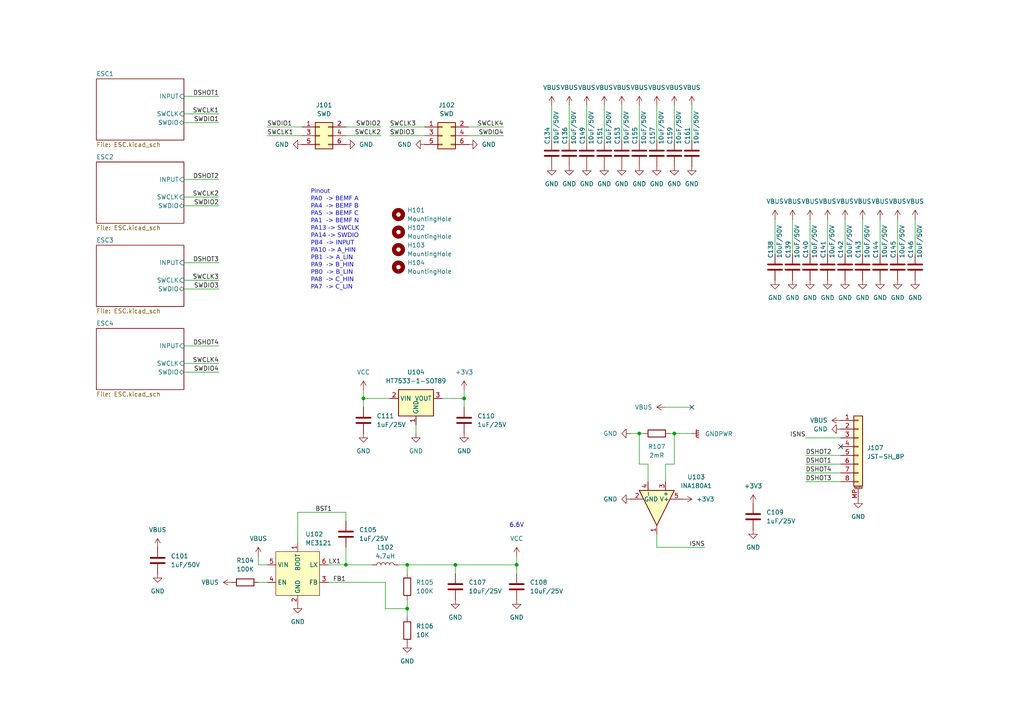
<source format=kicad_sch>
(kicad_sch (version 20250114) (generator "eeschema") (generator_version "9.0")
  (paper "A4")
  (lib_symbols
    (symbol "Amplifier_Current:INA180A1" (pin_names (offset 0.127))
      (property "Reference" "U" (at 3.81 3.81 0))
      (property "Value" "INA180A1" (at 3.81 -2.54 0))
      (symbol "INA180A1_0_1"
        (polyline (pts (xy 5.08 0) (xy -5.08 5.08) (xy -5.08 -5.08) (xy 5.08 0)) (stroke (width 0.254)) (fill (type background)))
      )
      (symbol "INA180A1_1_1"
        (pin input line (at -7.62 2.54 0) (length 2.54) (name "+") (number "3"))
        (pin input line (at -7.62 -2.54 0) (length 2.54) (name "-") (number "4"))
        (pin power_in line (at -2.54 7.62 270) (length 3.81) (name "V+") (number "5"))
        (pin power_in line (at -2.54 -7.62 90) (length 3.81) (name "GND") (number "2"))
        (pin output line (at 7.62 0 180) (length 2.54) (name "~") (number "1"))
      )
    )
    (symbol "Connector_Generic:Conn_02x03_Odd_Even" (pin_names (offset 1.016) (hide yes))
      (property "Reference" "J" (at 1.27 5.08 0))
      (property "Value" "Conn_02x03_Odd_Even" (at 1.27 -5.08 0))
      (symbol "Conn_02x03_Odd_Even_1_1"
        (rectangle (start -1.27 3.81) (end 3.81 -3.81) (stroke (width 0.254)) (fill (type background)))
        (rectangle (start -1.27 2.667) (end 0 2.413) (stroke (width 0.1524)))
        (rectangle (start -1.27 0.127) (end 0 -0.127) (stroke (width 0.1524)))
        (rectangle (start -1.27 -2.413) (end 0 -2.667) (stroke (width 0.1524)))
        (rectangle (start 3.81 2.667) (end 2.54 2.413) (stroke (width 0.1524)))
        (rectangle (start 3.81 0.127) (end 2.54 -0.127) (stroke (width 0.1524)))
        (rectangle (start 3.81 -2.413) (end 2.54 -2.667) (stroke (width 0.1524)))
        (pin passive line (at -5.08 2.54 0) (length 3.81) (name "Pin_1") (number "1"))
        (pin passive line (at -5.08 0 0) (length 3.81) (name "Pin_3") (number "3"))
        (pin passive line (at -5.08 -2.54 0) (length 3.81) (name "Pin_5") (number "5"))
        (pin passive line (at 7.62 2.54 180) (length 3.81) (name "Pin_2") (number "2"))
        (pin passive line (at 7.62 0 180) (length 3.81) (name "Pin_4") (number "4"))
        (pin passive line (at 7.62 -2.54 180) (length 3.81) (name "Pin_6") (number "6"))
      )
    )
    (symbol "Connector_Generic_MountingPin:Conn_01x08_MountingPin" (pin_names (offset 1.016) (hide yes))
      (property "Reference" "J" (at 0 10.16 0))
      (property "Value" "Conn_01x08_MountingPin" (at 1.27 -12.7 0))
      (symbol "Conn_01x08_MountingPin_1_1"
        (rectangle (start -1.27 8.89) (end 1.27 -11.43) (stroke (width 0.254)) (fill (type background)))
        (rectangle (start -1.27 7.747) (end 0 7.493) (stroke (width 0.1524)))
        (rectangle (start -1.27 5.207) (end 0 4.953) (stroke (width 0.1524)))
        (rectangle (start -1.27 2.667) (end 0 2.413) (stroke (width 0.1524)))
        (rectangle (start -1.27 0.127) (end 0 -0.127) (stroke (width 0.1524)))
        (rectangle (start -1.27 -2.413) (end 0 -2.667) (stroke (width 0.1524)))
        (rectangle (start -1.27 -4.953) (end 0 -5.207) (stroke (width 0.1524)))
        (rectangle (start -1.27 -7.493) (end 0 -7.747) (stroke (width 0.1524)))
        (rectangle (start -1.27 -10.033) (end 0 -10.287) (stroke (width 0.1524)))
        (polyline (pts (xy -1.016 -12.192) (xy 1.016 -12.192)) (stroke (width 0.1524)))
        (text "Mounting" (at 0 -11.811 0) (effects (font (size 0.381 0.381))))
        (pin passive line (at -5.08 7.62 0) (length 3.81) (name "Pin_1") (number "1"))
        (pin passive line (at -5.08 5.08 0) (length 3.81) (name "Pin_2") (number "2"))
        (pin passive line (at -5.08 2.54 0) (length 3.81) (name "Pin_3") (number "3"))
        (pin passive line (at -5.08 0 0) (length 3.81) (name "Pin_4") (number "4"))
        (pin passive line (at -5.08 -2.54 0) (length 3.81) (name "Pin_5") (number "5"))
        (pin passive line (at -5.08 -5.08 0) (length 3.81) (name "Pin_6") (number "6"))
        (pin passive line (at -5.08 -7.62 0) (length 3.81) (name "Pin_7") (number "7"))
        (pin passive line (at -5.08 -10.16 0) (length 3.81) (name "Pin_8") (number "8"))
        (pin passive line (at 0 -15.24 90) (length 3.048) (name "MountPin") (number "MP"))
      )
    )
    (symbol "Device:C" (pin_numbers (hide yes)) (pin_names (offset 0.254))
      (property "Reference" "C" (at 0.635 2.54 0))
      (property "Value" "C" (at 0.635 -2.54 0))
      (symbol "C_0_1"
        (polyline (pts (xy -2.032 0.762) (xy 2.032 0.762)) (stroke (width 0.508)))
        (polyline (pts (xy -2.032 -0.762) (xy 2.032 -0.762)) (stroke (width 0.508)))
      )
      (symbol "C_1_1"
        (pin passive line (at 0 3.81 270) (length 2.794) (name "~") (number "1"))
        (pin passive line (at 0 -3.81 90) (length 2.794) (name "~") (number "2"))
      )
    )
    (symbol "Device:L" (pin_numbers (hide yes)) (pin_names (offset 1.016) (hide yes))
      (property "Reference" "L" (at -1.27 0 90))
      (property "Value" "L" (at 1.905 0 90))
      (symbol "L_0_1"
        (arc (start 0 2.54) (mid 0.6323 1.905) (end 0 1.27))
        (arc (start 0 1.27) (mid 0.6323 0.635) (end 0 0))
        (arc (start 0 0) (mid 0.6323 -0.635) (end 0 -1.27))
        (arc (start 0 -1.27) (mid 0.6323 -1.905) (end 0 -2.54))
      )
      (symbol "L_1_1"
        (pin passive line (at 0 3.81 270) (length 1.27) (name "1") (number "1"))
        (pin passive line (at 0 -3.81 90) (length 1.27) (name "2") (number "2"))
      )
    )
    (symbol "Device:R" (pin_numbers (hide yes)) (pin_names (offset 0))
      (property "Reference" "R" (at 2.032 0 90))
      (property "Value" "R" (at 0 0 90))
      (symbol "R_0_1"
        (rectangle (start -1.016 -2.54) (end 1.016 2.54) (stroke (width 0.254)))
      )
      (symbol "R_1_1"
        (pin passive line (at 0 3.81 270) (length 1.27) (name "~") (number "1"))
        (pin passive line (at 0 -3.81 90) (length 1.27) (name "~") (number "2"))
      )
    )
    (symbol "Mechanical:MountingHole" (pin_names (offset 1.016)) (exclude_from_sim yes) (in_bom no)
      (property "Reference" "H" (at 0 5.08 0))
      (property "Value" "MountingHole" (at 0 3.175 0))
      (symbol "MountingHole_0_1"
        (circle (center 0 0) (radius 1.27) (stroke (width 1.27)))
      )
    )
    (symbol "Regulator_Linear:HT75xx-1-SOT89"
      (property "Reference" "U" (at -5.08 -3.81 0))
      (property "Value" "HT75xx-1-SOT89" (at 0 6.35 0))
      (symbol "HT75xx-1-SOT89_0_1"
        (rectangle (start -5.08 5.08) (end 5.08 -2.54) (stroke (width 0.254)) (fill (type background)))
      )
      (symbol "HT75xx-1-SOT89_1_1"
        (pin power_in line (at -7.62 2.54 0) (length 2.54) (name "VIN") (number "2"))
        (pin power_in line (at 0 -5.08 90) (length 2.54) (name "GND") (number "1"))
        (pin power_out line (at 7.62 2.54 180) (length 2.54) (name "VOUT") (number "3"))
      )
    )
    (symbol "myLib:ME3121"
      (property "Reference" "U" (at 0 20.32 0))
      (property "Value" "ME3121" (at 0 17.78 0))
      (symbol "ME3121_0_0"
        (pin power_in line (at -8.89 2.54 0) (length 2.54) (name "VIN") (number "5"))
        (pin input line (at -8.89 -2.54 0) (length 2.54) (name "EN") (number "4"))
        (pin output line (at 0 8.89 270) (length 2.54) (name "BOOT") (number "1"))
        (pin power_in line (at 0 -8.89 90) (length 2.54) (name "GND") (number "2"))
        (pin output line (at 8.89 2.54 180) (length 2.54) (name "LX") (number "6"))
        (pin input line (at 8.89 -2.54 180) (length 2.54) (name "FB") (number "3"))
      )
      (symbol "ME3121_1_1"
        (rectangle (start -6.35 6.35) (end 6.35 -6.35) (fill (type background)))
      )
    )
    (symbol "power:+3V3" (power) (pin_numbers (hide yes)) (pin_names (offset 0) (hide yes))
      (property "Value" "+3V3" (at 0 3.556 0))
      (symbol "+3V3_0_1"
        (polyline (pts (xy -0.762 1.27) (xy 0 2.54)))
        (polyline (pts (xy 0 2.54) (xy 0.762 1.27)))
        (polyline (pts (xy 0 0) (xy 0 2.54)))
      )
      (symbol "+3V3_1_1"
        (pin power_in line (at 0 0 90) (length 0) (name "~") (number "1"))
      )
    )
    (symbol "power:GND" (power) (pin_numbers (hide yes)) (pin_names (offset 0) (hide yes))
      (property "Value" "GND" (at 0 -3.81 0))
      (symbol "GND_0_1"
        (polyline (pts (xy 0 0) (xy 0 -1.27) (xy 1.27 -1.27) (xy 0 -2.54) (xy -1.27 -1.27) (xy 0 -1.27)))
      )
      (symbol "GND_1_1"
        (pin power_in line (at 0 0 270) (length 0) (name "~") (number "1"))
      )
    )
    (symbol "power:GNDPWR" (power) (pin_numbers (hide yes)) (pin_names (offset 0) (hide yes))
      (property "Value" "GNDPWR" (at 0 -3.302 0))
      (symbol "GNDPWR_0_1"
        (polyline (pts (xy -1.016 -1.27) (xy -1.27 -2.032) (xy -1.27 -2.032)) (stroke (width 0.2032)))
        (polyline (pts (xy -0.508 -1.27) (xy -0.762 -2.032) (xy -0.762 -2.032)) (stroke (width 0.2032)))
        (polyline (pts (xy 0 -1.27) (xy 0 0)))
        (polyline (pts (xy 0 -1.27) (xy -0.254 -2.032) (xy -0.254 -2.032)) (stroke (width 0.2032)))
        (polyline (pts (xy 0.508 -1.27) (xy 0.254 -2.032) (xy 0.254 -2.032)) (stroke (width 0.2032)))
        (polyline (pts (xy 1.016 -1.27) (xy -1.016 -1.27) (xy -1.016 -1.27)) (stroke (width 0.2032)))
        (polyline (pts (xy 1.016 -1.27) (xy 0.762 -2.032) (xy 0.762 -2.032) (xy 0.762 -2.032)) (stroke (width 0.2032)))
      )
      (symbol "GNDPWR_1_1"
        (pin power_in line (at 0 0 270) (length 0) (name "~") (number "1"))
      )
    )
    (symbol "power:VBUS" (power) (pin_numbers (hide yes)) (pin_names (offset 0) (hide yes))
      (property "Value" "VBUS" (at 0 3.556 0))
      (symbol "VBUS_0_1"
        (polyline (pts (xy -0.762 1.27) (xy 0 2.54)))
        (polyline (pts (xy 0 2.54) (xy 0.762 1.27)))
        (polyline (pts (xy 0 0) (xy 0 2.54)))
      )
      (symbol "VBUS_1_1"
        (pin power_in line (at 0 0 90) (length 0) (name "~") (number "1"))
      )
    )
    (symbol "power:VCC" (power) (pin_numbers (hide yes)) (pin_names (offset 0) (hide yes))
      (property "Value" "VCC" (at 0 3.556 0))
      (symbol "VCC_0_1"
        (polyline (pts (xy -0.762 1.27) (xy 0 2.54)))
        (polyline (pts (xy 0 2.54) (xy 0.762 1.27)))
        (polyline (pts (xy 0 0) (xy 0 2.54)))
      )
      (symbol "VCC_1_1"
        (pin power_in line (at 0 0 90) (length 0) (name "~") (number "1"))
      )
    )
  )
  (text "6.6V" (at 149.86 152.4 0) (effects (font (size 1.27 1.27))))
  (text "Pinout\nPA0  -> BEMF A\nPA4  -> BEMF B\nPA5  -> BEMF C\nPA1  -> BEMF N\nPA13 -> SWCLK\nPA14 -> SWDIO\nPB4  -> INPUT\nPA10 -> A_HIN\nPB1  -> A_LIN\nPA9  -> B_HIN\nPB0  -> B_LIN\nPA8  -> C_HIN\nPA7  -> C_LIN" (at 90.17 69.85 0) (effects (font (size 1.27 1.27)) (justify left)))
  (junction (at 134.62 115.57))
  (junction (at 118.11 176.53))
  (junction (at 132.08 163.83))
  (junction (at 185.42 125.73))
  (junction (at 195.58 125.73))
  (junction (at 149.86 163.83))
  (junction (at 118.11 163.83))
  (junction (at 105.41 115.57))
  (junction (at 100.33 163.83))
  (no_connect (at 200.66 118.11))
  (no_connect (at 243.84 129.54))
  (wire (pts (xy 100.33 158.75) (xy 100.33 163.83)))
  (wire (pts (xy 132.08 163.83) (xy 149.86 163.83)))
  (wire (pts (xy 187.96 134.62) (xy 185.42 134.62)))
  (wire (pts (xy 95.25 163.83) (xy 100.33 163.83)))
  (wire (pts (xy 185.42 30.48) (xy 185.42 40.64)))
  (wire (pts (xy 53.34 57.15) (xy 63.5 57.15)))
  (wire (pts (xy 123.19 36.83) (xy 113.03 36.83)))
  (wire (pts (xy 185.42 125.73) (xy 185.42 134.62)))
  (wire (pts (xy 224.79 63.5) (xy 224.79 73.66)))
  (wire (pts (xy 118.11 176.53) (xy 118.11 173.99)))
  (wire (pts (xy 63.5 52.07) (xy 53.34 52.07)))
  (wire (pts (xy 250.19 63.5) (xy 250.19 73.66)))
  (wire (pts (xy 74.93 168.91) (xy 77.47 168.91)))
  (wire (pts (xy 63.5 27.94) (xy 53.34 27.94)))
  (wire (pts (xy 53.34 81.28) (xy 63.5 81.28)))
  (wire (pts (xy 77.47 39.37) (xy 87.63 39.37)))
  (wire (pts (xy 132.08 166.37) (xy 132.08 163.83)))
  (wire (pts (xy 100.33 39.37) (xy 110.49 39.37)))
  (wire (pts (xy 149.86 166.37) (xy 149.86 163.83)))
  (wire (pts (xy 134.62 115.57) (xy 134.62 118.11)))
  (wire (pts (xy 53.34 105.41) (xy 63.5 105.41)))
  (wire (pts (xy 118.11 176.53) (xy 118.11 179.07)))
  (wire (pts (xy 255.27 63.5) (xy 255.27 73.66)))
  (wire (pts (xy 234.95 63.5) (xy 234.95 73.66)))
  (wire (pts (xy 233.68 139.7) (xy 243.84 139.7)))
  (wire (pts (xy 63.5 76.2) (xy 53.34 76.2)))
  (wire (pts (xy 74.93 163.83) (xy 77.47 163.83)))
  (wire (pts (xy 180.34 30.48) (xy 180.34 40.64)))
  (wire (pts (xy 229.87 63.5) (xy 229.87 73.66)))
  (wire (pts (xy 100.33 163.83) (xy 107.95 163.83)))
  (wire (pts (xy 160.02 30.48) (xy 160.02 40.64)))
  (wire (pts (xy 185.42 125.73) (xy 186.69 125.73)))
  (wire (pts (xy 200.66 30.48) (xy 200.66 40.64)))
  (wire (pts (xy 118.11 163.83) (xy 132.08 163.83)))
  (wire (pts (xy 245.11 63.5) (xy 245.11 73.66)))
  (wire (pts (xy 195.58 30.48) (xy 195.58 40.64)))
  (wire (pts (xy 53.34 59.69) (xy 63.5 59.69)))
  (wire (pts (xy 53.34 83.82) (xy 63.5 83.82)))
  (wire (pts (xy 165.1 30.48) (xy 165.1 40.64)))
  (wire (pts (xy 53.34 107.95) (xy 63.5 107.95)))
  (wire (pts (xy 195.58 125.73) (xy 195.58 134.62)))
  (wire (pts (xy 128.27 115.57) (xy 134.62 115.57)))
  (wire (pts (xy 190.5 158.75) (xy 204.47 158.75)))
  (wire (pts (xy 182.88 125.73) (xy 185.42 125.73)))
  (wire (pts (xy 86.36 148.59) (xy 100.33 148.59)))
  (wire (pts (xy 115.57 163.83) (xy 118.11 163.83)))
  (wire (pts (xy 194.31 125.73) (xy 195.58 125.73)))
  (wire (pts (xy 118.11 163.83) (xy 118.11 166.37)))
  (wire (pts (xy 135.89 36.83) (xy 146.05 36.83)))
  (wire (pts (xy 105.41 113.03) (xy 105.41 115.57)))
  (wire (pts (xy 195.58 125.73) (xy 200.66 125.73)))
  (wire (pts (xy 63.5 100.33) (xy 53.34 100.33)))
  (wire (pts (xy 135.89 39.37) (xy 146.05 39.37)))
  (wire (pts (xy 193.04 139.7) (xy 193.04 134.62)))
  (wire (pts (xy 233.68 132.08) (xy 243.84 132.08)))
  (wire (pts (xy 100.33 148.59) (xy 100.33 151.13)))
  (wire (pts (xy 233.68 134.62) (xy 243.84 134.62)))
  (wire (pts (xy 170.18 30.48) (xy 170.18 40.64)))
  (wire (pts (xy 53.34 35.56) (xy 63.5 35.56)))
  (wire (pts (xy 265.43 63.5) (xy 265.43 73.66)))
  (wire (pts (xy 190.5 154.94) (xy 190.5 158.75)))
  (wire (pts (xy 105.41 115.57) (xy 113.03 115.57)))
  (wire (pts (xy 187.96 139.7) (xy 187.96 134.62)))
  (wire (pts (xy 123.19 39.37) (xy 113.03 39.37)))
  (wire (pts (xy 240.03 63.5) (xy 240.03 73.66)))
  (wire (pts (xy 149.86 161.29) (xy 149.86 163.83)))
  (wire (pts (xy 134.62 113.03) (xy 134.62 115.57)))
  (wire (pts (xy 190.5 30.48) (xy 190.5 40.64)))
  (wire (pts (xy 120.65 123.19) (xy 120.65 125.73)))
  (wire (pts (xy 233.68 137.16) (xy 243.84 137.16)))
  (wire (pts (xy 53.34 33.02) (xy 63.5 33.02)))
  (wire (pts (xy 260.35 63.5) (xy 260.35 73.66)))
  (wire (pts (xy 233.68 127) (xy 243.84 127)))
  (wire (pts (xy 175.26 30.48) (xy 175.26 40.64)))
  (wire (pts (xy 77.47 36.83) (xy 87.63 36.83)))
  (wire (pts (xy 193.04 134.62) (xy 195.58 134.62)))
  (wire (pts (xy 86.36 157.48) (xy 86.36 148.59)))
  (wire (pts (xy 111.76 176.53) (xy 118.11 176.53)))
  (wire (pts (xy 105.41 115.57) (xy 105.41 118.11)))
  (wire (pts (xy 111.76 168.91) (xy 111.76 176.53)))
  (wire (pts (xy 193.04 118.11) (xy 200.66 118.11)))
  (wire (pts (xy 95.25 168.91) (xy 111.76 168.91)))
  (wire (pts (xy 74.93 161.29) (xy 74.93 163.83)))
  (wire (pts (xy 100.33 36.83) (xy 110.49 36.83)))
  (label "SWCLK3" (at 113.03 36.83 0))
  (label "DSHOT1" (at 233.68 134.62 0))
  (label "BST1" (at 91.44 148.59 0))
  (label "SWCLK3" (at 63.5 81.28 180))
  (label "SWCLK4" (at 146.05 36.83 180))
  (label "SWDIO1" (at 63.5 35.56 180))
  (label "SWDIO3" (at 113.03 39.37 0))
  (label "DSHOT2" (at 63.5 52.07 180))
  (label "ISNS" (at 204.47 158.75 180))
  (label "SWDIO2" (at 110.49 36.83 180))
  (label "SWCLK2" (at 110.49 39.37 180))
  (label "DSHOT4" (at 233.68 137.16 0))
  (label "ISNS" (at 233.68 127 180))
  (label "DSHOT3" (at 233.68 139.7 0))
  (label "SWDIO3" (at 63.5 83.82 180))
  (label "LX1" (at 95.25 163.83 0))
  (label "SWCLK1" (at 77.47 39.37 0))
  (label "SWCLK1" (at 63.5 33.02 180))
  (label "SWDIO1" (at 77.47 36.83 0))
  (label "FB1" (at 100.33 168.91 180))
  (label "DSHOT1" (at 63.5 27.94 180))
  (label "SWDIO4" (at 146.05 39.37 180))
  (label "DSHOT3" (at 63.5 76.2 180))
  (label "SWDIO2" (at 63.5 59.69 180))
  (label "DSHOT4" (at 63.5 100.33 180))
  (label "DSHOT2" (at 233.68 132.08 0))
  (label "SWCLK2" (at 63.5 57.15 180))
  (label "SWCLK4" (at 63.5 105.41 180))
  (label "SWDIO4" (at 63.5 107.95 180))
  (symbol (lib_id "power:VBUS") (at 224.79 63.5 0) (unit 1)
    (property "Reference" "#PWR0218" (effects (hide yes)))
    (property "Value" "VBUS" (at 224.79 58.42 0))
    (property "Description" "Power symbol creates a global label with name \"VBUS\"" (effects (hide yes)))
  )
  (symbol (lib_id "Device:C") (at 180.34 44.45 0) (unit 1)
    (property "Reference" "C153" (at 179.07 41.91 90) (effects (justify left)))
    (property "Value" "10uF/50V" (at 181.61 41.91 90) (effects (justify left)))
    (property "Footprint" "SMTOPT:C_1206" (effects (hide yes)))
    (property "Description" "Unpolarized capacitor" (effects (hide yes)))
  )
  (symbol (lib_id "Device:C") (at 234.95 77.47 0) (unit 1)
    (property "Reference" "C140" (at 233.68 74.93 90) (effects (justify left)))
    (property "Value" "10uF/50V" (at 236.22 74.93 90) (effects (justify left)))
    (property "Footprint" "SMTOPT:C_1206" (effects (hide yes)))
    (property "Description" "Unpolarized capacitor" (effects (hide yes)))
  )
  (symbol (lib_id "power:+3V3") (at 134.62 113.03 0) (unit 1)
    (property "Reference" "#PWR0128" (effects (hide yes)))
    (property "Value" "+3V3" (at 134.62 107.95 0))
    (property "Description" "Power symbol creates a global label with name \"+3V3\"" (effects (hide yes)))
  )
  (symbol (lib_id "power:GND") (at 243.84 124.46 270) (unit 1)
    (property "Reference" "#PWR0122" (effects (hide yes)))
    (property "Value" "GND" (at 240.03 124.4599 90) (effects (justify right)))
    (property "Description" "Power symbol creates a global label with name \"GND\" , ground" (effects (hide yes)))
  )
  (symbol (lib_id "power:GND") (at 100.33 41.91 90) (unit 1)
    (property "Reference" "#PWR0105" (effects (hide yes)))
    (property "Value" "GND" (at 104.14 41.9099 90) (effects (justify right)))
    (property "Description" "Power symbol creates a global label with name \"GND\" , ground" (effects (hide yes)))
  )
  (symbol (lib_id "Device:C") (at 250.19 77.47 0) (unit 1)
    (property "Reference" "C143" (at 248.92 74.93 90) (effects (justify left)))
    (property "Value" "10uF/50V" (at 251.46 74.93 90) (effects (justify left)))
    (property "Footprint" "SMTOPT:C_1206" (effects (hide yes)))
    (property "Description" "Unpolarized capacitor" (effects (hide yes)))
  )
  (symbol (lib_id "power:GND") (at 260.35 81.28 0) (unit 1)
    (property "Reference" "#PWR0233" (effects (hide yes)))
    (property "Value" "GND" (at 260.35 86.36 0))
    (property "Description" "Power symbol creates a global label with name \"GND\" , ground" (effects (hide yes)))
  )
  (symbol (lib_id "power:GND") (at 170.18 48.26 0) (unit 1)
    (property "Reference" "#PWR0241" (effects (hide yes)))
    (property "Value" "GND" (at 170.18 53.34 0))
    (property "Description" "Power symbol creates a global label with name \"GND\" , ground" (effects (hide yes)))
  )
  (symbol (lib_id "myLib:ME3121") (at 86.36 166.37 0) (unit 1)
    (property "Reference" "U102" (at 88.5541 154.94 0) (effects (justify left)))
    (property "Value" "ME3121" (at 88.5541 157.48 0) (effects (justify left)))
    (property "Footprint" "Package_TO_SOT_SMD:SOT-23-6" (effects (hide yes)))
  )
  (symbol (lib_id "power:GND") (at 218.44 153.67 0) (unit 1)
    (property "Reference" "#PWR0125" (effects (hide yes)))
    (property "Value" "GND" (at 218.44 158.75 0))
    (property "Description" "Power symbol creates a global label with name \"GND\" , ground" (effects (hide yes)))
  )
  (symbol (lib_id "Device:C") (at 265.43 77.47 0) (unit 1)
    (property "Reference" "C146" (at 264.16 74.93 90) (effects (justify left)))
    (property "Value" "10uF/50V" (at 266.7 74.93 90) (effects (justify left)))
    (property "Footprint" "SMTOPT:C_1206" (effects (hide yes)))
    (property "Description" "Unpolarized capacitor" (effects (hide yes)))
  )
  (symbol (lib_id "Device:C") (at 195.58 44.45 0) (unit 1)
    (property "Reference" "C159" (at 194.31 41.91 90) (effects (justify left)))
    (property "Value" "10uF/50V" (at 196.85 41.91 90) (effects (justify left)))
    (property "Footprint" "SMTOPT:C_1206" (effects (hide yes)))
    (property "Description" "Unpolarized capacitor" (effects (hide yes)))
  )
  (symbol (lib_id "power:VBUS") (at 195.58 30.48 0) (unit 1)
    (property "Reference" "#PWR0260" (effects (hide yes)))
    (property "Value" "VBUS" (at 195.58 25.4 0))
    (property "Description" "Power symbol creates a global label with name \"VBUS\"" (effects (hide yes)))
  )
  (symbol (lib_id "power:GND") (at 229.87 81.28 0) (unit 1)
    (property "Reference" "#PWR0221" (effects (hide yes)))
    (property "Value" "GND" (at 229.87 86.36 0))
    (property "Description" "Power symbol creates a global label with name \"GND\" , ground" (effects (hide yes)))
  )
  (symbol (lib_id "Device:C") (at 240.03 77.47 0) (unit 1)
    (property "Reference" "C141" (at 238.76 74.93 90) (effects (justify left)))
    (property "Value" "10uF/50V" (at 241.3 74.93 90) (effects (justify left)))
    (property "Footprint" "SMTOPT:C_1206" (effects (hide yes)))
    (property "Description" "Unpolarized capacitor" (effects (hide yes)))
  )
  (symbol (lib_id "power:GND") (at 105.41 125.73 0) (unit 1)
    (property "Reference" "#PWR0130" (effects (hide yes)))
    (property "Value" "GND" (at 105.41 130.81 0))
    (property "Description" "Power symbol creates a global label with name \"GND\" , ground" (effects (hide yes)))
  )
  (symbol (lib_id "Device:C") (at 229.87 77.47 0) (unit 1)
    (property "Reference" "C139" (at 228.6 74.93 90) (effects (justify left)))
    (property "Value" "10uF/50V" (at 231.14 74.93 90) (effects (justify left)))
    (property "Footprint" "SMTOPT:C_1206" (effects (hide yes)))
    (property "Description" "Unpolarized capacitor" (effects (hide yes)))
  )
  (symbol (lib_id "power:VCC") (at 149.86 161.29 0) (unit 1)
    (property "Reference" "#PWR0108" (effects (hide yes)))
    (property "Value" "VCC" (at 149.86 156.21 0))
    (property "Description" "Power symbol creates a global label with name \"VCC\"" (effects (hide yes)))
  )
  (symbol (lib_id "power:VBUS") (at 245.11 63.5 0) (unit 1)
    (property "Reference" "#PWR0226" (effects (hide yes)))
    (property "Value" "VBUS" (at 245.11 58.42 0))
    (property "Description" "Power symbol creates a global label with name \"VBUS\"" (effects (hide yes)))
  )
  (symbol (lib_id "power:GND") (at 248.92 144.78 0) (unit 1)
    (property "Reference" "#PWR0126" (effects (hide yes)))
    (property "Value" "GND" (at 248.92 149.86 0))
    (property "Description" "Power symbol creates a global label with name \"GND\" , ground" (effects (hide yes)))
  )
  (symbol (lib_id "Device:C") (at 224.79 77.47 0) (unit 1)
    (property "Reference" "C138" (at 223.52 74.93 90) (effects (justify left)))
    (property "Value" "10uF/50V" (at 226.06 74.93 90) (effects (justify left)))
    (property "Footprint" "SMTOPT:C_1206" (effects (hide yes)))
    (property "Description" "Unpolarized capacitor" (effects (hide yes)))
  )
  (symbol (lib_id "power:GND") (at 195.58 48.26 0) (unit 1)
    (property "Reference" "#PWR0261" (effects (hide yes)))
    (property "Value" "GND" (at 195.58 53.34 0))
    (property "Description" "Power symbol creates a global label with name \"GND\" , ground" (effects (hide yes)))
  )
  (symbol (lib_id "power:GND") (at 135.89 41.91 90) (unit 1)
    (property "Reference" "#PWR0117" (effects (hide yes)))
    (property "Value" "GND" (at 139.7 41.9099 90) (effects (justify right)))
    (property "Description" "Power symbol creates a global label with name \"GND\" , ground" (effects (hide yes)))
  )
  (symbol (lib_id "power:VCC") (at 105.41 113.03 0) (unit 1)
    (property "Reference" "#PWR0129" (effects (hide yes)))
    (property "Value" "VCC" (at 105.41 107.95 0))
    (property "Description" "Power symbol creates a global label with name \"VCC\"" (effects (hide yes)))
  )
  (symbol (lib_id "power:GND") (at 255.27 81.28 0) (unit 1)
    (property "Reference" "#PWR0231" (effects (hide yes)))
    (property "Value" "GND" (at 255.27 86.36 0))
    (property "Description" "Power symbol creates a global label with name \"GND\" , ground" (effects (hide yes)))
  )
  (symbol (lib_id "Device:C") (at 200.66 44.45 0) (unit 1)
    (property "Reference" "C161" (at 199.39 41.91 90) (effects (justify left)))
    (property "Value" "10uF/50V" (at 201.93 41.91 90) (effects (justify left)))
    (property "Footprint" "SMTOPT:C_1206" (effects (hide yes)))
    (property "Description" "Unpolarized capacitor" (effects (hide yes)))
  )
  (symbol (lib_id "Device:R") (at 118.11 170.18 0) (unit 1)
    (property "Reference" "R105" (at 120.65 168.9099 0) (effects (justify left)))
    (property "Value" "100K" (at 120.65 171.4499 0) (effects (justify left)))
    (property "Footprint" "SMTOPT:R_0402" (effects (hide yes)))
    (property "Description" "Resistor" (effects (hide yes)))
  )
  (symbol (lib_id "power:VBUS") (at 175.26 30.48 0) (unit 1)
    (property "Reference" "#PWR0244" (effects (hide yes)))
    (property "Value" "VBUS" (at 175.26 25.4 0))
    (property "Description" "Power symbol creates a global label with name \"VBUS\"" (effects (hide yes)))
  )
  (symbol (lib_id "power:GND") (at 165.1 48.26 0) (unit 1)
    (property "Reference" "#PWR0215" (effects (hide yes)))
    (property "Value" "GND" (at 165.1 53.34 0))
    (property "Description" "Power symbol creates a global label with name \"GND\" , ground" (effects (hide yes)))
  )
  (symbol (lib_id "Device:C") (at 190.5 44.45 0) (unit 1)
    (property "Reference" "C157" (at 189.23 41.91 90) (effects (justify left)))
    (property "Value" "10uF/50V" (at 191.77 41.91 90) (effects (justify left)))
    (property "Footprint" "SMTOPT:C_1206" (effects (hide yes)))
    (property "Description" "Unpolarized capacitor" (effects (hide yes)))
  )
  (symbol (lib_id "Connector_Generic:Conn_02x03_Odd_Even") (at 128.27 39.37 0) (unit 1)
    (property "Reference" "J102" (at 129.54 30.48 0))
    (property "Value" "SWD" (at 129.54 33.02 0))
    (property "Footprint" "Connector_PinHeader_1.27mm:PinHeader_2x03_P1.27mm_Vertical" (effects (hide yes)))
    (property "Description" "Generic connector, double row, 02x03, odd/even pin numbering scheme (row 1 odd numbers, row 2 even numbers), script generated (kicad-library-utils/schlib/autogen/connector/)" (effects (hide yes)))
  )
  (symbol (lib_id "power:GND") (at 175.26 48.26 0) (unit 1)
    (property "Reference" "#PWR0245" (effects (hide yes)))
    (property "Value" "GND" (at 175.26 53.34 0))
    (property "Description" "Power symbol creates a global label with name \"GND\" , ground" (effects (hide yes)))
  )
  (symbol (lib_id "Device:C") (at 134.62 121.92 0) (unit 1)
    (property "Reference" "C110" (at 138.43 120.6499 0) (effects (justify left)))
    (property "Value" "1uF/25V" (at 138.43 123.1899 0) (effects (justify left)))
    (property "Footprint" "SMTOPT:C_0402" (effects (hide yes)))
    (property "Description" "Unpolarized capacitor" (effects (hide yes)))
  )
  (symbol (lib_id "power:VBUS") (at 193.04 118.11 90) (unit 1)
    (property "Reference" "#PWR0120" (effects (hide yes)))
    (property "Value" "VBUS" (at 189.23 118.1099 90) (effects (justify left)))
    (property "Description" "Power symbol creates a global label with name \"VBUS\"" (effects (hide yes)))
  )
  (symbol (lib_id "power:GND") (at 185.42 48.26 0) (unit 1)
    (property "Reference" "#PWR0253" (effects (hide yes)))
    (property "Value" "GND" (at 185.42 53.34 0))
    (property "Description" "Power symbol creates a global label with name \"GND\" , ground" (effects (hide yes)))
  )
  (symbol (lib_id "power:GND") (at 160.02 48.26 0) (unit 1)
    (property "Reference" "#PWR0211" (effects (hide yes)))
    (property "Value" "GND" (at 160.02 53.34 0))
    (property "Description" "Power symbol creates a global label with name \"GND\" , ground" (effects (hide yes)))
  )
  (symbol (lib_id "power:+3V3") (at 218.44 146.05 0) (unit 1)
    (property "Reference" "#PWR0127" (effects (hide yes)))
    (property "Value" "+3V3" (at 218.44 140.97 0))
    (property "Description" "Power symbol creates a global label with name \"+3V3\"" (effects (hide yes)))
  )
  (symbol (lib_id "Device:C") (at 132.08 170.18 0) (unit 1)
    (property "Reference" "C107" (at 135.89 168.9099 0) (effects (justify left)))
    (property "Value" "10uF/25V" (at 135.89 171.4499 0) (effects (justify left)))
    (property "Footprint" "Capacitor_SMD:C_0603_1608Metric" (effects (hide yes)))
    (property "Description" "Unpolarized capacitor" (effects (hide yes)))
  )
  (symbol (lib_id "Device:C") (at 175.26 44.45 0) (unit 1)
    (property "Reference" "C151" (at 173.99 41.91 90) (effects (justify left)))
    (property "Value" "10uF/50V" (at 176.53 41.91 90) (effects (justify left)))
    (property "Footprint" "SMTOPT:C_1206" (effects (hide yes)))
    (property "Description" "Unpolarized capacitor" (effects (hide yes)))
  )
  (symbol (lib_id "power:VBUS") (at 265.43 63.5 0) (unit 1)
    (property "Reference" "#PWR0234" (effects (hide yes)))
    (property "Value" "VBUS" (at 265.43 58.42 0))
    (property "Description" "Power symbol creates a global label with name \"VBUS\"" (effects (hide yes)))
  )
  (symbol (lib_id "power:GND") (at 240.03 81.28 0) (unit 1)
    (property "Reference" "#PWR0225" (effects (hide yes)))
    (property "Value" "GND" (at 240.03 86.36 0))
    (property "Description" "Power symbol creates a global label with name \"GND\" , ground" (effects (hide yes)))
  )
  (symbol (lib_id "power:GND") (at 265.43 81.28 0) (unit 1)
    (property "Reference" "#PWR0235" (effects (hide yes)))
    (property "Value" "GND" (at 265.43 86.36 0))
    (property "Description" "Power symbol creates a global label with name \"GND\" , ground" (effects (hide yes)))
  )
  (symbol (lib_id "power:VBUS") (at 243.84 121.92 90) (unit 1)
    (property "Reference" "#PWR0121" (effects (hide yes)))
    (property "Value" "VBUS" (at 240.03 121.9199 90) (effects (justify left)))
    (property "Description" "Power symbol creates a global label with name \"VBUS\"" (effects (hide yes)))
  )
  (symbol (lib_id "power:GND") (at 120.65 125.73 0) (unit 1)
    (property "Reference" "#PWR0131" (effects (hide yes)))
    (property "Value" "GND" (at 120.65 130.81 0))
    (property "Description" "Power symbol creates a global label with name \"GND\" , ground" (effects (hide yes)))
  )
  (symbol (lib_id "power:VBUS") (at 240.03 63.5 0) (unit 1)
    (property "Reference" "#PWR0224" (effects (hide yes)))
    (property "Value" "VBUS" (at 240.03 58.42 0))
    (property "Description" "Power symbol creates a global label with name \"VBUS\"" (effects (hide yes)))
  )
  (symbol (lib_id "power:GND") (at 180.34 48.26 0) (unit 1)
    (property "Reference" "#PWR0249" (effects (hide yes)))
    (property "Value" "GND" (at 180.34 53.34 0))
    (property "Description" "Power symbol creates a global label with name \"GND\" , ground" (effects (hide yes)))
  )
  (symbol (lib_id "Device:R") (at 118.11 182.88 0) (unit 1)
    (property "Reference" "R106" (at 120.65 181.6099 0) (effects (justify left)))
    (property "Value" "10K" (at 120.65 184.1499 0) (effects (justify left)))
    (property "Footprint" "SMTOPT:R_0402" (effects (hide yes)))
    (property "Description" "Resistor" (effects (hide yes)))
  )
  (symbol (lib_id "power:GND") (at 245.11 81.28 0) (unit 1)
    (property "Reference" "#PWR0227" (effects (hide yes)))
    (property "Value" "GND" (at 245.11 86.36 0))
    (property "Description" "Power symbol creates a global label with name \"GND\" , ground" (effects (hide yes)))
  )
  (symbol (lib_id "power:GND") (at 45.72 166.37 0) (unit 1)
    (property "Reference" "#PWR0101" (effects (hide yes)))
    (property "Value" "GND" (at 45.72 171.45 0))
    (property "Description" "Power symbol creates a global label with name \"GND\" , ground" (effects (hide yes)))
  )
  (symbol (lib_id "power:VBUS") (at 255.27 63.5 0) (unit 1)
    (property "Reference" "#PWR0230" (effects (hide yes)))
    (property "Value" "VBUS" (at 255.27 58.42 0))
    (property "Description" "Power symbol creates a global label with name \"VBUS\"" (effects (hide yes)))
  )
  (symbol (lib_id "Device:C") (at 245.11 77.47 0) (unit 1)
    (property "Reference" "C142" (at 243.84 74.93 90) (effects (justify left)))
    (property "Value" "10uF/50V" (at 246.38 74.93 90) (effects (justify left)))
    (property "Footprint" "SMTOPT:C_1206" (effects (hide yes)))
    (property "Description" "Unpolarized capacitor" (effects (hide yes)))
  )
  (symbol (lib_id "Regulator_Linear:HT75xx-1-SOT89") (at 120.65 118.11 0) (unit 1)
    (property "Reference" "U104" (at 120.65 107.95 0))
    (property "Value" "HT7533-1-SOT89" (at 120.65 110.49 0))
    (property "Footprint" "Package_TO_SOT_SMD:SOT-89-3" (effects (hide yes)))
    (property "Datasheet" "https://www.holtek.com/documents/10179/116711/HT75xx-1v250.pdf" (effects (hide yes)))
    (property "Description" "100mA Low Dropout Voltage Regulator, Fixed Output, SOT89" (effects (hide yes)))
  )
  (symbol (lib_id "Device:C") (at 100.33 154.94 0) (unit 1)
    (property "Reference" "C105" (at 104.14 153.6699 0) (effects (justify left)))
    (property "Value" "1uF/25V" (at 104.14 156.2099 0) (effects (justify left)))
    (property "Footprint" "SMTOPT:C_0402" (effects (hide yes)))
    (property "Description" "Unpolarized capacitor" (effects (hide yes)))
  )
  (symbol (lib_id "power:GND") (at 234.95 81.28 0) (unit 1)
    (property "Reference" "#PWR0223" (effects (hide yes)))
    (property "Value" "GND" (at 234.95 86.36 0))
    (property "Description" "Power symbol creates a global label with name \"GND\" , ground" (effects (hide yes)))
  )
  (symbol (lib_id "Device:C") (at 45.72 162.56 0) (unit 1)
    (property "Reference" "C101" (at 49.53 161.2899 0) (effects (justify left)))
    (property "Value" "1uF/50V" (at 49.53 163.8299 0) (effects (justify left)))
    (property "Footprint" "Capacitor_SMD:C_0603_1608Metric" (effects (hide yes)))
    (property "Description" "Unpolarized capacitor" (effects (hide yes)))
  )
  (symbol (lib_id "power:VBUS") (at 185.42 30.48 0) (unit 1)
    (property "Reference" "#PWR0252" (effects (hide yes)))
    (property "Value" "VBUS" (at 185.42 25.4 0))
    (property "Description" "Power symbol creates a global label with name \"VBUS\"" (effects (hide yes)))
  )
  (symbol (lib_id "power:GND") (at 250.19 81.28 0) (unit 1)
    (property "Reference" "#PWR0229" (effects (hide yes)))
    (property "Value" "GND" (at 250.19 86.36 0))
    (property "Description" "Power symbol creates a global label with name \"GND\" , ground" (effects (hide yes)))
  )
  (symbol (lib_id "Mechanical:MountingHole") (at 115.57 62.23 0) (unit 1) (exclude_from_sim yes) (in_bom no)
    (property "Reference" "H101" (at 118.11 60.9599 0) (effects (justify left)))
    (property "Value" "MountingHole" (at 118.11 63.4999 0) (effects (justify left)))
    (property "Footprint" "MountingHole:MountingHole_4.3mm_M4_DIN965" (effects (hide yes)))
    (property "Description" "Mounting Hole without connection" (effects (hide yes)))
  )
  (symbol (lib_id "power:VBUS") (at 260.35 63.5 0) (unit 1)
    (property "Reference" "#PWR0232" (effects (hide yes)))
    (property "Value" "VBUS" (at 260.35 58.42 0))
    (property "Description" "Power symbol creates a global label with name \"VBUS\"" (effects (hide yes)))
  )
  (symbol (lib_id "Connector_Generic:Conn_02x03_Odd_Even") (at 92.71 39.37 0) (unit 1)
    (property "Reference" "J101" (at 93.98 30.48 0))
    (property "Value" "SWD" (at 93.98 33.02 0))
    (property "Footprint" "Connector_PinHeader_1.27mm:PinHeader_2x03_P1.27mm_Vertical" (effects (hide yes)))
    (property "Description" "Generic connector, double row, 02x03, odd/even pin numbering scheme (row 1 odd numbers, row 2 even numbers), script generated (kicad-library-utils/schlib/autogen/connector/)" (effects (hide yes)))
  )
  (symbol (lib_id "power:GND") (at 182.88 144.78 270) (unit 1)
    (property "Reference" "#PWR0124" (effects (hide yes)))
    (property "Value" "GND" (at 179.07 144.7799 90) (effects (justify right)))
    (property "Description" "Power symbol creates a global label with name \"GND\" , ground" (effects (hide yes)))
  )
  (symbol (lib_id "Device:C") (at 170.18 44.45 0) (unit 1)
    (property "Reference" "C149" (at 168.91 41.91 90) (effects (justify left)))
    (property "Value" "10uF/50V" (at 171.45 41.91 90) (effects (justify left)))
    (property "Footprint" "SMTOPT:C_1206" (effects (hide yes)))
    (property "Description" "Unpolarized capacitor" (effects (hide yes)))
  )
  (symbol (lib_id "Mechanical:MountingHole") (at 115.57 67.31 0) (unit 1) (exclude_from_sim yes) (in_bom no)
    (property "Reference" "H102" (at 118.11 66.0399 0) (effects (justify left)))
    (property "Value" "MountingHole" (at 118.11 68.5799 0) (effects (justify left)))
    (property "Footprint" "MountingHole:MountingHole_4.3mm_M4_DIN965" (effects (hide yes)))
    (property "Description" "Mounting Hole without connection" (effects (hide yes)))
  )
  (symbol (lib_id "power:VBUS") (at 160.02 30.48 0) (unit 1)
    (property "Reference" "#PWR0210" (effects (hide yes)))
    (property "Value" "VBUS" (at 160.02 25.4 0))
    (property "Description" "Power symbol creates a global label with name \"VBUS\"" (effects (hide yes)))
  )
  (symbol (lib_id "Device:R") (at 71.12 168.91 90) (unit 1)
    (property "Reference" "R104" (at 71.12 162.56 90))
    (property "Value" "100K" (at 71.12 165.1 90))
    (property "Footprint" "SMTOPT:R_0402" (effects (hide yes)))
    (property "Description" "Resistor" (effects (hide yes)))
  )
  (symbol (lib_id "power:GND") (at 200.66 48.26 0) (unit 1)
    (property "Reference" "#PWR0265" (effects (hide yes)))
    (property "Value" "GND" (at 200.66 53.34 0))
    (property "Description" "Power symbol creates a global label with name \"GND\" , ground" (effects (hide yes)))
  )
  (symbol (lib_id "power:VBUS") (at 234.95 63.5 0) (unit 1)
    (property "Reference" "#PWR0222" (effects (hide yes)))
    (property "Value" "VBUS" (at 234.95 58.42 0))
    (property "Description" "Power symbol creates a global label with name \"VBUS\"" (effects (hide yes)))
  )
  (symbol (lib_id "power:VBUS") (at 200.66 30.48 0) (unit 1)
    (property "Reference" "#PWR0264" (effects (hide yes)))
    (property "Value" "VBUS" (at 200.66 25.4 0))
    (property "Description" "Power symbol creates a global label with name \"VBUS\"" (effects (hide yes)))
  )
  (symbol (lib_id "Device:C") (at 260.35 77.47 0) (unit 1)
    (property "Reference" "C145" (at 259.08 74.93 90) (effects (justify left)))
    (property "Value" "10uF/50V" (at 261.62 74.93 90) (effects (justify left)))
    (property "Footprint" "SMTOPT:C_1206" (effects (hide yes)))
    (property "Description" "Unpolarized capacitor" (effects (hide yes)))
  )
  (symbol (lib_id "Device:C") (at 105.41 121.92 0) (unit 1)
    (property "Reference" "C111" (at 109.22 120.6499 0) (effects (justify left)))
    (property "Value" "1uF/25V" (at 109.22 123.1899 0) (effects (justify left)))
    (property "Footprint" "SMTOPT:C_0402" (effects (hide yes)))
    (property "Description" "Unpolarized capacitor" (effects (hide yes)))
  )
  (symbol (lib_id "power:VBUS") (at 74.93 161.29 0) (unit 1)
    (property "Reference" "#PWR0109" (effects (hide yes)))
    (property "Value" "VBUS" (at 74.93 156.21 0))
    (property "Description" "Power symbol creates a global label with name \"VBUS\"" (effects (hide yes)))
  )
  (symbol (lib_id "Device:C") (at 185.42 44.45 0) (unit 1)
    (property "Reference" "C155" (at 184.15 41.91 90) (effects (justify left)))
    (property "Value" "10uF/50V" (at 186.69 41.91 90) (effects (justify left)))
    (property "Footprint" "SMTOPT:C_1206" (effects (hide yes)))
    (property "Description" "Unpolarized capacitor" (effects (hide yes)))
  )
  (symbol (lib_id "Mechanical:MountingHole") (at 115.57 77.47 0) (unit 1) (exclude_from_sim yes) (in_bom no)
    (property "Reference" "H104" (at 118.11 76.1999 0) (effects (justify left)))
    (property "Value" "MountingHole" (at 118.11 78.7399 0) (effects (justify left)))
    (property "Footprint" "MountingHole:MountingHole_4.3mm_M4_DIN965" (effects (hide yes)))
    (property "Description" "Mounting Hole without connection" (effects (hide yes)))
  )
  (symbol (lib_id "power:VBUS") (at 190.5 30.48 0) (unit 1)
    (property "Reference" "#PWR0256" (effects (hide yes)))
    (property "Value" "VBUS" (at 190.5 25.4 0))
    (property "Description" "Power symbol creates a global label with name \"VBUS\"" (effects (hide yes)))
  )
  (symbol (lib_id "Device:C") (at 218.44 149.86 0) (unit 1)
    (property "Reference" "C109" (at 222.25 148.5899 0) (effects (justify left)))
    (property "Value" "1uF/25V" (at 222.25 151.1299 0) (effects (justify left)))
    (property "Footprint" "SMTOPT:C_0402" (effects (hide yes)))
    (property "Description" "Unpolarized capacitor" (effects (hide yes)))
  )
  (symbol (lib_id "Device:C") (at 160.02 44.45 0) (unit 1)
    (property "Reference" "C134" (at 158.75 41.91 90) (effects (justify left)))
    (property "Value" "10uF/50V" (at 161.29 41.91 90) (effects (justify left)))
    (property "Footprint" "SMTOPT:C_1206" (effects (hide yes)))
    (property "Description" "Unpolarized capacitor" (effects (hide yes)))
  )
  (symbol (lib_id "power:GND") (at 86.36 175.26 0) (unit 1)
    (property "Reference" "#PWR0113" (effects (hide yes)))
    (property "Value" "GND" (at 86.36 180.34 0))
    (property "Description" "Power symbol creates a global label with name \"GND\" , ground" (effects (hide yes)))
  )
  (symbol (lib_id "Connector_Generic_MountingPin:Conn_01x08_MountingPin") (at 248.92 129.54 0) (unit 1)
    (property "Reference" "J107" (at 251.46 129.8955 0) (effects (justify left)))
    (property "Value" "JST-SH_8P" (at 251.46 132.4355 0) (effects (justify left)))
    (property "Footprint" "Connector_JST:JST_SH_SM08B-SRSS-TB_1x08-1MP_P1.00mm_Horizontal" (effects (hide yes)))
    (property "Description" "Generic connectable mounting pin connector, single row, 01x08, script generated (kicad-library-utils/schlib/autogen/connector/)" (effects (hide yes)))
  )
  (symbol (lib_id "power:VBUS") (at 165.1 30.48 0) (unit 1)
    (property "Reference" "#PWR0214" (effects (hide yes)))
    (property "Value" "VBUS" (at 165.1 25.4 0))
    (property "Description" "Power symbol creates a global label with name \"VBUS\"" (effects (hide yes)))
  )
  (symbol (lib_id "power:GND") (at 134.62 125.73 0) (unit 1)
    (property "Reference" "#PWR0132" (effects (hide yes)))
    (property "Value" "GND" (at 134.62 130.81 0))
    (property "Description" "Power symbol creates a global label with name \"GND\" , ground" (effects (hide yes)))
  )
  (symbol (lib_id "power:VBUS") (at 67.31 168.91 90) (unit 1)
    (property "Reference" "#PWR0110" (effects (hide yes)))
    (property "Value" "VBUS" (at 63.5 168.9099 90) (effects (justify left)))
    (property "Description" "Power symbol creates a global label with name \"VBUS\"" (effects (hide yes)))
  )
  (symbol (lib_id "power:GND") (at 182.88 125.73 270) (unit 1)
    (property "Reference" "#PWR0119" (effects (hide yes)))
    (property "Value" "GND" (at 179.07 125.7299 90) (effects (justify right)))
    (property "Description" "Power symbol creates a global label with name \"GND\" , ground" (effects (hide yes)))
  )
  (symbol (lib_id "power:VBUS") (at 45.72 158.75 0) (unit 1)
    (property "Reference" "#PWR0102" (effects (hide yes)))
    (property "Value" "VBUS" (at 45.72 153.67 0))
    (property "Description" "Power symbol creates a global label with name \"VBUS\"" (effects (hide yes)))
  )
  (symbol (lib_id "power:VBUS") (at 180.34 30.48 0) (unit 1)
    (property "Reference" "#PWR0248" (effects (hide yes)))
    (property "Value" "VBUS" (at 180.34 25.4 0))
    (property "Description" "Power symbol creates a global label with name \"VBUS\"" (effects (hide yes)))
  )
  (symbol (lib_id "Device:R") (at 190.5 125.73 90) (unit 1)
    (property "Reference" "R107" (at 190.5 129.54 90))
    (property "Value" "2mR" (at 190.5 132.08 90))
    (property "Footprint" "Resistor_SMD:R_1218_3246Metric" (effects (hide yes)))
    (property "Description" "Resistor" (effects (hide yes)))
  )
  (symbol (lib_id "power:+3V3") (at 198.12 144.78 270) (unit 1)
    (property "Reference" "#PWR0123" (effects (hide yes)))
    (property "Value" "+3V3" (at 201.93 144.7799 90) (effects (justify left)))
    (property "Description" "Power symbol creates a global label with name \"+3V3\"" (effects (hide yes)))
  )
  (symbol (lib_id "Device:C") (at 255.27 77.47 0) (unit 1)
    (property "Reference" "C144" (at 254 74.93 90) (effects (justify left)))
    (property "Value" "10uF/50V" (at 256.54 74.93 90) (effects (justify left)))
    (property "Footprint" "SMTOPT:C_1206" (effects (hide yes)))
    (property "Description" "Unpolarized capacitor" (effects (hide yes)))
  )
  (symbol (lib_id "power:VBUS") (at 170.18 30.48 0) (unit 1)
    (property "Reference" "#PWR0240" (effects (hide yes)))
    (property "Value" "VBUS" (at 170.18 25.4 0))
    (property "Description" "Power symbol creates a global label with name \"VBUS\"" (effects (hide yes)))
  )
  (symbol (lib_id "power:GND") (at 118.11 186.69 0) (unit 1)
    (property "Reference" "#PWR0114" (effects (hide yes)))
    (property "Value" "GND" (at 118.11 191.77 0))
    (property "Description" "Power symbol creates a global label with name \"GND\" , ground" (effects (hide yes)))
  )
  (symbol (lib_id "power:GND") (at 224.79 81.28 0) (unit 1)
    (property "Reference" "#PWR0219" (effects (hide yes)))
    (property "Value" "GND" (at 224.79 86.36 0))
    (property "Description" "Power symbol creates a global label with name \"GND\" , ground" (effects (hide yes)))
  )
  (symbol (lib_id "power:GND") (at 190.5 48.26 0) (unit 1)
    (property "Reference" "#PWR0257" (effects (hide yes)))
    (property "Value" "GND" (at 190.5 53.34 0))
    (property "Description" "Power symbol creates a global label with name \"GND\" , ground" (effects (hide yes)))
  )
  (symbol (lib_id "power:GND") (at 87.63 41.91 270) (unit 1)
    (property "Reference" "#PWR0104" (effects (hide yes)))
    (property "Value" "GND" (at 83.82 41.9099 90) (effects (justify right)))
    (property "Description" "Power symbol creates a global label with name \"GND\" , ground" (effects (hide yes)))
  )
  (symbol (lib_id "power:VBUS") (at 250.19 63.5 0) (unit 1)
    (property "Reference" "#PWR0228" (effects (hide yes)))
    (property "Value" "VBUS" (at 250.19 58.42 0))
    (property "Description" "Power symbol creates a global label with name \"VBUS\"" (effects (hide yes)))
  )
  (symbol (lib_id "power:GNDPWR") (at 200.66 125.73 90) (unit 1)
    (property "Reference" "#PWR0103" (effects (hide yes)))
    (property "Value" "GNDPWR" (at 204.47 125.8569 90) (effects (justify right)))
    (property "Description" "Power symbol creates a global label with name \"GNDPWR\" , global ground" (effects (hide yes)))
  )
  (symbol (lib_id "power:VBUS") (at 229.87 63.5 0) (unit 1)
    (property "Reference" "#PWR0220" (effects (hide yes)))
    (property "Value" "VBUS" (at 229.87 58.42 0))
    (property "Description" "Power symbol creates a global label with name \"VBUS\"" (effects (hide yes)))
  )
  (symbol (lib_id "power:GND") (at 123.19 41.91 270) (unit 1)
    (property "Reference" "#PWR0118" (effects (hide yes)))
    (property "Value" "GND" (at 119.38 41.9099 90) (effects (justify right)))
    (property "Description" "Power symbol creates a global label with name \"GND\" , ground" (effects (hide yes)))
  )
  (symbol (lib_id "Device:C") (at 149.86 170.18 0) (unit 1)
    (property "Reference" "C108" (at 153.67 168.9099 0) (effects (justify left)))
    (property "Value" "10uF/25V" (at 153.67 171.4499 0) (effects (justify left)))
    (property "Footprint" "Capacitor_SMD:C_0603_1608Metric" (effects (hide yes)))
    (property "Description" "Unpolarized capacitor" (effects (hide yes)))
  )
  (symbol (lib_id "power:GND") (at 132.08 173.99 0) (unit 1)
    (property "Reference" "#PWR0111" (effects (hide yes)))
    (property "Value" "GND" (at 132.08 179.07 0))
    (property "Description" "Power symbol creates a global label with name \"GND\" , ground" (effects (hide yes)))
  )
  (symbol (lib_id "Mechanical:MountingHole") (at 115.57 72.39 0) (unit 1) (exclude_from_sim yes) (in_bom no)
    (property "Reference" "H103" (at 118.11 71.1199 0) (effects (justify left)))
    (property "Value" "MountingHole" (at 118.11 73.6599 0) (effects (justify left)))
    (property "Footprint" "MountingHole:MountingHole_4.3mm_M4_DIN965" (effects (hide yes)))
    (property "Description" "Mounting Hole without connection" (effects (hide yes)))
  )
  (symbol (lib_id "Device:C") (at 165.1 44.45 0) (unit 1)
    (property "Reference" "C136" (at 163.83 41.91 90) (effects (justify left)))
    (property "Value" "10uF/50V" (at 166.37 41.91 90) (effects (justify left)))
    (property "Footprint" "SMTOPT:C_1206" (effects (hide yes)))
    (property "Description" "Unpolarized capacitor" (effects (hide yes)))
  )
  (symbol (lib_id "power:GND") (at 149.86 173.99 0) (unit 1)
    (property "Reference" "#PWR0112" (effects (hide yes)))
    (property "Value" "GND" (at 149.86 179.07 0))
    (property "Description" "Power symbol creates a global label with name \"GND\" , ground" (effects (hide yes)))
  )
  (symbol (lib_id "Amplifier_Current:INA180A1") (at 190.5 147.32 270) (unit 1)
    (property "Reference" "U103" (at 201.93 138.3598 90))
    (property "Value" "INA180A1" (at 201.93 140.8998 90))
    (property "Footprint" "Package_TO_SOT_SMD:SOT-23-5" (effects (hide yes)))
    (property "Datasheet" "http://www.ti.com/lit/ds/symlink/ina180.pdf" (effects (hide yes)))
    (property "Description" "Current Sense Amplifier, 1 Circuit, Rail-to-Rail, 26V, Gain 20 V/V, SOT-23-5" (effects (hide yes)))
  )
  (symbol (lib_id "Device:L") (at 111.76 163.83 90) (unit 1)
    (property "Reference" "L102" (at 111.76 158.75 90))
    (property "Value" "4.7uH" (at 111.76 161.29 90))
    (property "Footprint" "Inductor_SMD:L_Sunlord_SWPA3015S" (effects (hide yes)))
    (property "Description" "Inductor" (effects (hide yes)))
  )
  (sheet (at 27.94 71.12) (size 25.4 17.78) (stroke (width 0.1524))
    (property "Sheetname" "ESC3" (at 27.94 70.4084 0) (effects (justify left bottom)))
    (property "Sheetfile" "ESC.kicad_sch" (at 27.94 89.4846 0) (effects (justify left top)))
    (pin "INPUT" input (at 53.34 76.2 0))
    (pin "SWCLK" input (at 53.34 81.28 0))
    (pin "SWDIO" bidirectional (at 53.34 83.82 0))
  )
  (sheet (at 27.94 46.99) (size 25.4 17.78) (stroke (width 0.1524))
    (property "Sheetname" "ESC2" (at 27.94 46.2784 0) (effects (justify left bottom)))
    (property "Sheetfile" "ESC.kicad_sch" (at 27.94 65.3546 0) (effects (justify left top)))
    (pin "INPUT" input (at 53.34 52.07 0))
    (pin "SWCLK" input (at 53.34 57.15 0))
    (pin "SWDIO" bidirectional (at 53.34 59.69 0))
  )
  (sheet (at 27.94 95.25) (size 25.4 17.78) (stroke (width 0.1524))
    (property "Sheetname" "ESC4" (at 27.94 94.5384 0) (effects (justify left bottom)))
    (property "Sheetfile" "ESC.kicad_sch" (at 27.94 113.6146 0) (effects (justify left top)))
    (pin "INPUT" input (at 53.34 100.33 0))
    (pin "SWCLK" input (at 53.34 105.41 0))
    (pin "SWDIO" bidirectional (at 53.34 107.95 0))
  )
  (sheet (at 27.94 22.86) (size 25.4 17.78) (stroke (width 0.1524))
    (property "Sheetname" "ESC1" (at 27.94 22.1484 0) (effects (justify left bottom)))
    (property "Sheetfile" "ESC.kicad_sch" (at 27.94 41.2246 0) (effects (justify left top)))
    (pin "INPUT" input (at 53.34 27.94 0))
    (pin "SWCLK" input (at 53.34 33.02 0))
    (pin "SWDIO" bidirectional (at 53.34 35.56 0))
  )
)
</source>
